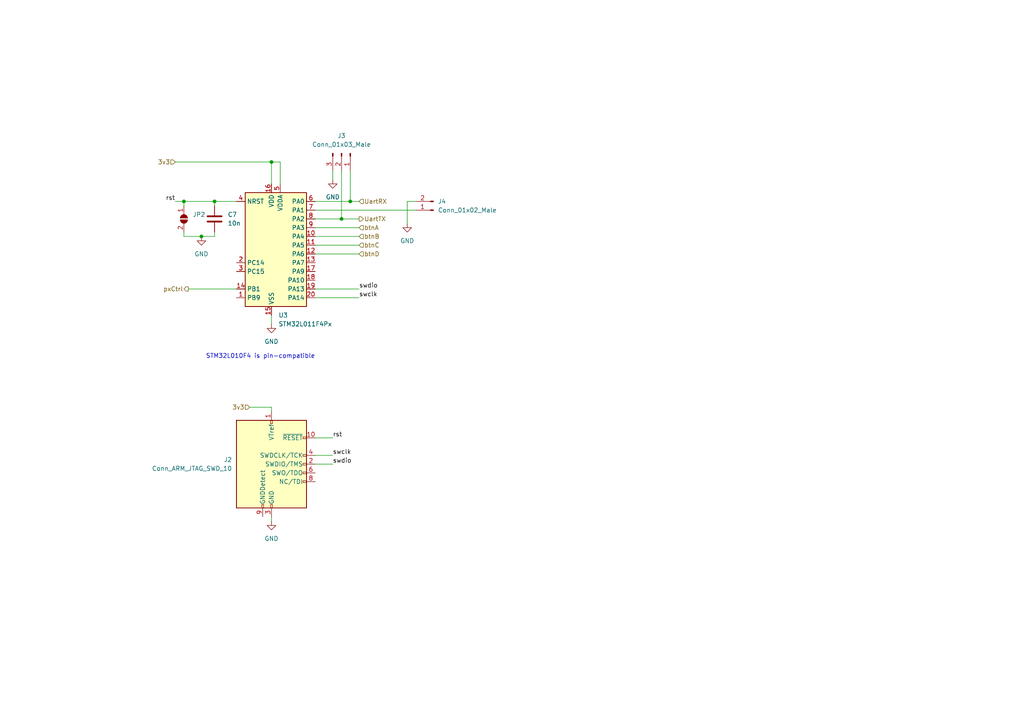
<source format=kicad_sch>
(kicad_sch (version 20211123) (generator eeschema)
  (paper "A4")
  (lib_symbols
    (symbol "Connector:Conn_01x02_Male" (pin_names (offset 1.016) hide)
      (property "Reference" "J" (at 0 2.54 0))
      (property "Value" "Conn_01x02_Male" (at 0 -5.08 0))
      (symbol "Conn_01x02_Male_1_1"
        (polyline (pts (xy 1.27 -2.54) (xy 0.8636 -2.54)) (stroke (width 0.1524)))
        (polyline (pts (xy 1.27 0) (xy 0.8636 0)) (stroke (width 0.1524)))
        (rectangle (start 0.8636 -2.413) (end 0 -2.667) (stroke (width 0.1524)) (fill (type outline)))
        (rectangle (start 0.8636 0.127) (end 0 -0.127) (stroke (width 0.1524)) (fill (type outline)))
        (pin passive line (at 5.08 0 180) (length 3.81) (name "Pin_1") (number "1"))
        (pin passive line (at 5.08 -2.54 180) (length 3.81) (name "Pin_2") (number "2"))
      )
    )
    (symbol "Connector:Conn_01x03_Male" (pin_names (offset 1.016) hide)
      (property "Reference" "J" (at 0 5.08 0))
      (property "Value" "Conn_01x03_Male" (at 0 -5.08 0))
      (symbol "Conn_01x03_Male_1_1"
        (polyline (pts (xy 1.27 -2.54) (xy 0.8636 -2.54)) (stroke (width 0.1524)))
        (polyline (pts (xy 1.27 0) (xy 0.8636 0)) (stroke (width 0.1524)))
        (polyline (pts (xy 1.27 2.54) (xy 0.8636 2.54)) (stroke (width 0.1524)))
        (rectangle (start 0.8636 -2.413) (end 0 -2.667) (stroke (width 0.1524)) (fill (type outline)))
        (rectangle (start 0.8636 0.127) (end 0 -0.127) (stroke (width 0.1524)) (fill (type outline)))
        (rectangle (start 0.8636 2.667) (end 0 2.413) (stroke (width 0.1524)) (fill (type outline)))
        (pin passive line (at 5.08 2.54 180) (length 3.81) (name "Pin_1") (number "1"))
        (pin passive line (at 5.08 0 180) (length 3.81) (name "Pin_2") (number "2"))
        (pin passive line (at 5.08 -2.54 180) (length 3.81) (name "Pin_3") (number "3"))
      )
    )
    (symbol "Connector:Conn_ARM_JTAG_SWD_10" (pin_names (offset 1.016))
      (property "Reference" "J" (at -2.54 16.51 0))
      (property "Value" "Conn_ARM_JTAG_SWD_10" (at -2.54 13.97 0))
      (symbol "Conn_ARM_JTAG_SWD_10_0_1"
        (rectangle (start -10.16 12.7) (end 10.16 -12.7) (stroke (width 0.254)) (fill (type background)))
        (rectangle (start -2.794 -12.7) (end -2.286 -11.684))
        (rectangle (start -0.254 -12.7) (end 0.254 -11.684))
        (rectangle (start -0.254 12.7) (end 0.254 11.684))
        (rectangle (start 9.144 2.286) (end 10.16 2.794))
        (rectangle (start 10.16 -2.794) (end 9.144 -2.286))
        (rectangle (start 10.16 -0.254) (end 9.144 0.254))
        (rectangle (start 10.16 7.874) (end 9.144 7.366))
      )
      (symbol "Conn_ARM_JTAG_SWD_10_1_1"
        (rectangle (start 9.144 -5.334) (end 10.16 -4.826))
        (pin power_in line (at 0 15.24 270) (length 2.54) (name "VTref") (number "1"))
        (pin open_collector line (at 12.7 7.62 180) (length 2.54) (name "~{RESET}") (number "10"))
        (pin bidirectional line (at 12.7 0 180) (length 2.54) (name "SWDIO/TMS") (number "2"))
        (pin power_in line (at 0 -15.24 90) (length 2.54) (name "GND") (number "3"))
        (pin output line (at 12.7 2.54 180) (length 2.54) (name "SWDCLK/TCK") (number "4"))
        (pin passive line (at 0 -15.24 90) (length 2.54) hide (name "GND") (number "5"))
        (pin input line (at 12.7 -2.54 180) (length 2.54) (name "SWO/TDO") (number "6"))
        (pin no_connect line (at -10.16 0 0) (length 2.54) hide (name "KEY") (number "7"))
        (pin output line (at 12.7 -5.08 180) (length 2.54) (name "NC/TDI") (number "8"))
        (pin passive line (at -2.54 -15.24 90) (length 2.54) (name "GNDDetect") (number "9"))
      )
    )
    (symbol "Device:C" (pin_numbers hide) (pin_names (offset 0.254))
      (property "Reference" "C" (at 0.635 2.54 0))
      (property "Value" "C" (at 0.635 -2.54 0))
      (symbol "C_0_1"
        (polyline (pts (xy -2.032 -0.762) (xy 2.032 -0.762)) (stroke (width 0.508)))
        (polyline (pts (xy -2.032 0.762) (xy 2.032 0.762)) (stroke (width 0.508)))
      )
      (symbol "C_1_1"
        (pin passive line (at 0 3.81 270) (length 2.794) (name "~") (number "1"))
        (pin passive line (at 0 -3.81 90) (length 2.794) (name "~") (number "2"))
      )
    )
    (symbol "Jumper:SolderJumper_2_Open" (pin_names (offset 0) hide)
      (property "Reference" "JP" (at 0 2.032 0))
      (property "Value" "SolderJumper_2_Open" (at 0 -2.54 0))
      (symbol "SolderJumper_2_Open_0_1"
        (arc (start -0.254 1.016) (mid -1.27 0) (end -0.254 -1.016))
        (arc (start -0.254 1.016) (mid -1.27 0) (end -0.254 -1.016) (fill (type outline)))
        (polyline (pts (xy -0.254 1.016) (xy -0.254 -1.016)))
        (polyline (pts (xy 0.254 1.016) (xy 0.254 -1.016)))
        (arc (start 0.254 -1.016) (mid 1.27 0) (end 0.254 1.016))
        (arc (start 0.254 -1.016) (mid 1.27 0) (end 0.254 1.016) (fill (type outline)))
      )
      (symbol "SolderJumper_2_Open_1_1"
        (pin passive line (at -3.81 0 0) (length 2.54) (name "A") (number "1"))
        (pin passive line (at 3.81 0 180) (length 2.54) (name "B") (number "2"))
      )
    )
    (symbol "MCU_ST_STM32L0:STM32L011F4Px"
      (property "Reference" "U" (at -10.16 16.51 0))
      (property "Value" "STM32L011F4Px" (at 2.54 16.51 0))
      (symbol "STM32L011F4Px_0_1"
        (rectangle (start -10.16 -17.78) (end 7.62 15.24) (stroke (width 0.254)) (fill (type background)))
      )
      (symbol "STM32L011F4Px_1_1"
        (pin bidirectional line (at -12.7 -15.24 0) (length 2.54) (name "PB9") (number "1"))
        (pin bidirectional line (at 10.16 2.54 180) (length 2.54) (name "PA4") (number "10"))
        (pin bidirectional line (at 10.16 0 180) (length 2.54) (name "PA5") (number "11"))
        (pin bidirectional line (at 10.16 -2.54 180) (length 2.54) (name "PA6") (number "12"))
        (pin bidirectional line (at 10.16 -5.08 180) (length 2.54) (name "PA7") (number "13"))
        (pin bidirectional line (at -12.7 -12.7 0) (length 2.54) (name "PB1") (number "14"))
        (pin power_in line (at -2.54 -20.32 90) (length 2.54) (name "VSS") (number "15"))
        (pin power_in line (at -2.54 17.78 270) (length 2.54) (name "VDD") (number "16"))
        (pin bidirectional line (at 10.16 -7.62 180) (length 2.54) (name "PA9") (number "17"))
        (pin bidirectional line (at 10.16 -10.16 180) (length 2.54) (name "PA10") (number "18"))
        (pin bidirectional line (at 10.16 -12.7 180) (length 2.54) (name "PA13") (number "19"))
        (pin bidirectional line (at -12.7 -5.08 0) (length 2.54) (name "PC14") (number "2"))
        (pin bidirectional line (at 10.16 -15.24 180) (length 2.54) (name "PA14") (number "20"))
        (pin bidirectional line (at -12.7 -7.62 0) (length 2.54) (name "PC15") (number "3"))
        (pin input line (at -12.7 12.7 0) (length 2.54) (name "NRST") (number "4"))
        (pin power_in line (at 0 17.78 270) (length 2.54) (name "VDDA") (number "5"))
        (pin bidirectional line (at 10.16 12.7 180) (length 2.54) (name "PA0") (number "6"))
        (pin bidirectional line (at 10.16 10.16 180) (length 2.54) (name "PA1") (number "7"))
        (pin bidirectional line (at 10.16 7.62 180) (length 2.54) (name "PA2") (number "8"))
        (pin bidirectional line (at 10.16 5.08 180) (length 2.54) (name "PA3") (number "9"))
      )
    )
    (symbol "power:GND" (power) (pin_names (offset 0))
      (property "Value" "GND" (at 0 -3.81 0))
      (symbol "GND_0_1"
        (polyline (pts (xy 0 0) (xy 0 -1.27) (xy 1.27 -1.27) (xy 0 -2.54) (xy -1.27 -1.27) (xy 0 -1.27)))
      )
      (symbol "GND_1_1"
        (pin power_in line (at 0 0 270) (length 0) hide (name "GND") (number "1"))
      )
    )
  )
  (junction (at 78.74 46.99))
  (junction (at 62.23 58.42))
  (junction (at 58.42 68.58))
  (junction (at 53.34 58.42))
  (junction (at 99.06 63.5))
  (junction (at 101.6 58.42))
  (wire (pts (xy 78.74 91.44) (xy 78.74 93.98)))
  (wire (pts (xy 91.44 60.96) (xy 120.65 60.96)))
  (wire (pts (xy 78.74 46.99) (xy 50.8 46.99)))
  (wire (pts (xy 91.44 132.08) (xy 96.52 132.08)))
  (wire (pts (xy 78.74 149.86) (xy 78.74 151.13)))
  (wire (pts (xy 91.44 66.04) (xy 104.14 66.04)))
  (wire (pts (xy 91.44 83.82) (xy 104.14 83.82)))
  (wire (pts (xy 81.28 53.34) (xy 81.28 46.99)))
  (wire (pts (xy 91.44 86.36) (xy 104.14 86.36)))
  (wire (pts (xy 99.06 63.5) (xy 104.14 63.5)))
  (wire (pts (xy 62.23 68.58) (xy 62.23 67.31)))
  (wire (pts (xy 101.6 49.53) (xy 101.6 58.42)))
  (wire (pts (xy 91.44 71.12) (xy 104.14 71.12)))
  (wire (pts (xy 58.42 68.58) (xy 62.23 68.58)))
  (wire (pts (xy 54.61 83.82) (xy 68.58 83.82)))
  (wire (pts (xy 78.74 53.34) (xy 78.74 46.99)))
  (wire (pts (xy 96.52 49.53) (xy 96.52 52.07)))
  (wire (pts (xy 53.34 58.42) (xy 62.23 58.42)))
  (wire (pts (xy 99.06 49.53) (xy 99.06 63.5)))
  (wire (pts (xy 53.34 67.31) (xy 53.34 68.58)))
  (wire (pts (xy 53.34 58.42) (xy 53.34 59.69)))
  (wire (pts (xy 50.8 58.42) (xy 53.34 58.42)))
  (wire (pts (xy 91.44 58.42) (xy 101.6 58.42)))
  (wire (pts (xy 62.23 58.42) (xy 62.23 59.69)))
  (wire (pts (xy 53.34 68.58) (xy 58.42 68.58)))
  (wire (pts (xy 78.74 119.38) (xy 78.74 118.11)))
  (wire (pts (xy 101.6 58.42) (xy 104.14 58.42)))
  (wire (pts (xy 62.23 58.42) (xy 68.58 58.42)))
  (wire (pts (xy 91.44 127) (xy 96.52 127)))
  (wire (pts (xy 91.44 68.58) (xy 104.14 68.58)))
  (wire (pts (xy 118.11 58.42) (xy 120.65 58.42)))
  (wire (pts (xy 91.44 63.5) (xy 99.06 63.5)))
  (wire (pts (xy 81.28 46.99) (xy 78.74 46.99)))
  (wire (pts (xy 91.44 134.62) (xy 96.52 134.62)))
  (wire (pts (xy 118.11 64.77) (xy 118.11 58.42)))
  (wire (pts (xy 91.44 73.66) (xy 104.14 73.66)))
  (wire (pts (xy 78.74 118.11) (xy 72.39 118.11)))
  (text "STM32L010F4 is pin-compatible" (at 59.69 104.14 0) (effects (font (size 1.27 1.27)) (justify left bottom)))
  (label "swclk" (at 104.14 86.36 0))
  (label "swclk" (at 96.52 132.08 0))
  (label "rst" (at 50.8 58.42 180))
  (label "rst" (at 96.52 127 0))
  (label "swdio" (at 96.52 134.62 0))
  (label "swdio" (at 104.14 83.82 0))
  (hierarchical_label "btnC" (shape input) (at 104.14 71.12 0))
  (hierarchical_label "3v3" (shape input) (at 50.8 46.99 180))
  (hierarchical_label "UartTX" (shape output) (at 104.14 63.5 0))
  (hierarchical_label "3v3" (shape input) (at 72.39 118.11 180))
  (hierarchical_label "btnA" (shape input) (at 104.14 66.04 0))
  (hierarchical_label "btnB" (shape input) (at 104.14 68.58 0))
  (hierarchical_label "btnD" (shape input) (at 104.14 73.66 0))
  (hierarchical_label "pxCtrl" (shape output) (at 54.61 83.82 180))
  (hierarchical_label "UartRX" (shape input) (at 104.14 58.42 0))
  (symbol (lib_id "Connector:Conn_01x03_Male") (at 99.06 44.45 270) (unit 1)
    (property "Reference" "J3" (at 99.06 39.37 90))
    (property "Value" "Conn_01x03_Male" (at 99.06 41.91 90))
    (property "Footprint" "Connector_PinHeader_2.54mm:PinHeader_1x03_P2.54mm_Vertical" (effects hide))
  )
  (symbol (lib_id "power:GND") (at 78.74 151.13 0) (unit 1)
    (property "Reference" "#PWR023" (effects hide))
    (property "Value" "GND" (at 78.74 156.21 0))
  )
  (symbol (lib_id "power:GND") (at 118.11 64.77 0) (unit 1)
    (property "Reference" "#PWR025" (effects hide))
    (property "Value" "GND" (at 118.11 69.85 0))
  )
  (symbol (lib_id "power:GND") (at 96.52 52.07 0) (unit 1)
    (property "Reference" "#PWR024" (effects hide))
    (property "Value" "GND" (at 96.52 57.15 0))
  )
  (symbol (lib_id "Connector:Conn_01x02_Male") (at 125.73 60.96 180) (unit 1)
    (property "Reference" "J4" (at 127 58.4199 0) (effects (justify right)))
    (property "Value" "Conn_01x02_Male" (at 127 60.9599 0) (effects (justify right)))
    (property "Footprint" "Connector_PinHeader_2.54mm:PinHeader_1x02_P2.54mm_Vertical" (effects hide))
  )
  (symbol (lib_id "Connector:Conn_ARM_JTAG_SWD_10") (at 78.74 134.62 0) (unit 1)
    (property "Reference" "J2" (at 67.31 133.3499 0) (effects (justify right)))
    (property "Value" "Conn_ARM_JTAG_SWD_10" (at 67.31 135.8899 0) (effects (justify right)))
    (property "Footprint" "Connector_PinHeader_1.27mm:PinHeader_2x05_P1.27mm_Vertical" (effects hide))
    (property "Datasheet" "http://infocenter.arm.com/help/topic/com.arm.doc.ddi0314h/DDI0314H_coresight_components_trm.pdf" (effects hide))
  )
  (symbol (lib_id "MCU_ST_STM32L0:STM32L011F4Px") (at 81.28 71.12 0) (unit 1)
    (property "Reference" "U3" (at 80.7594 91.44 0) (effects (justify left)))
    (property "Value" "STM32L011F4Px" (at 80.7594 93.98 0) (effects (justify left)))
    (property "Footprint" "Package_SO:TSSOP-20_4.4x6.5mm_P0.65mm" (effects hide))
    (property "Datasheet" "http://www.st.com/st-web-ui/static/active/en/resource/technical/document/datasheet/DM00206508.pdf" (effects hide))
  )
  (symbol (lib_id "power:GND") (at 58.42 68.58 0) (unit 1)
    (property "Reference" "#PWR021" (effects hide))
    (property "Value" "GND" (at 58.42 73.66 0))
  )
  (symbol (lib_id "Jumper:SolderJumper_2_Open") (at 53.34 63.5 270) (unit 1)
    (property "Reference" "JP2" (at 55.88 62.2299 90) (effects (justify left)))
    (property "Value" "SolderJumper_2_Open" (effects hide))
    (property "Footprint" "Jumper:SolderJumper-2_P1.3mm_Open_RoundedPad1.0x1.5mm" (effects hide))
  )
  (symbol (lib_id "Device:C") (at 62.23 63.5 0) (unit 1)
    (property "Reference" "C7" (at 66.04 62.2299 0) (effects (justify left)))
    (property "Value" "10n" (at 66.04 64.7699 0) (effects (justify left)))
    (property "Footprint" "Capacitor_SMD:C_0805_2012Metric_Pad1.18x1.45mm_HandSolder" (effects hide))
  )
  (symbol (lib_id "power:GND") (at 78.74 93.98 0) (unit 1)
    (property "Reference" "#PWR022" (effects hide))
    (property "Value" "GND" (at 78.74 99.06 0))
  )
)
</source>
